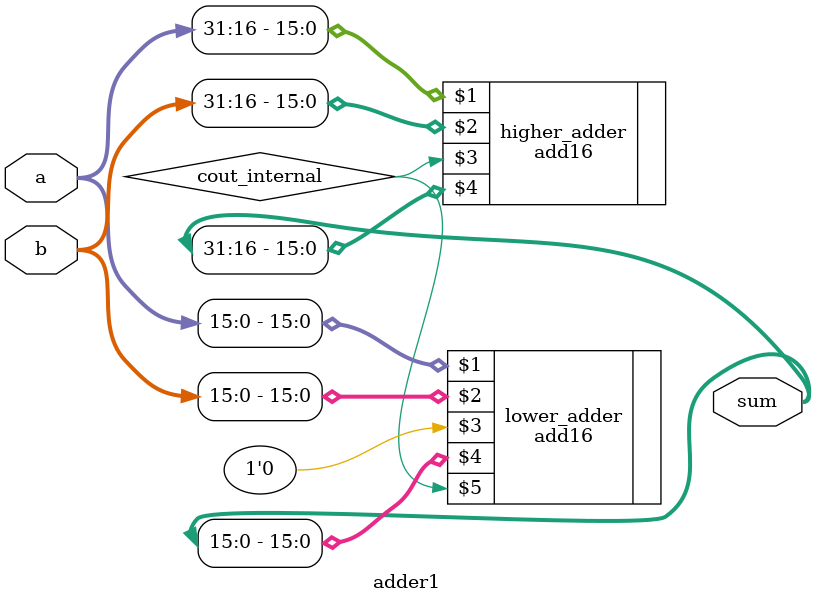
<source format=v>
module adder1(
    input [31:0] a,
    input [31:0] b,
    output [31:0] sum
);
    wire cout_internal;
    add16 lower_adder (a[15:0], b[15:0], 1'd0, sum[15:0], cout_internal);
    add16 higher_adder(a[31:16], b[31:16], cout_internal, sum[31:16]);

endmodule

</source>
